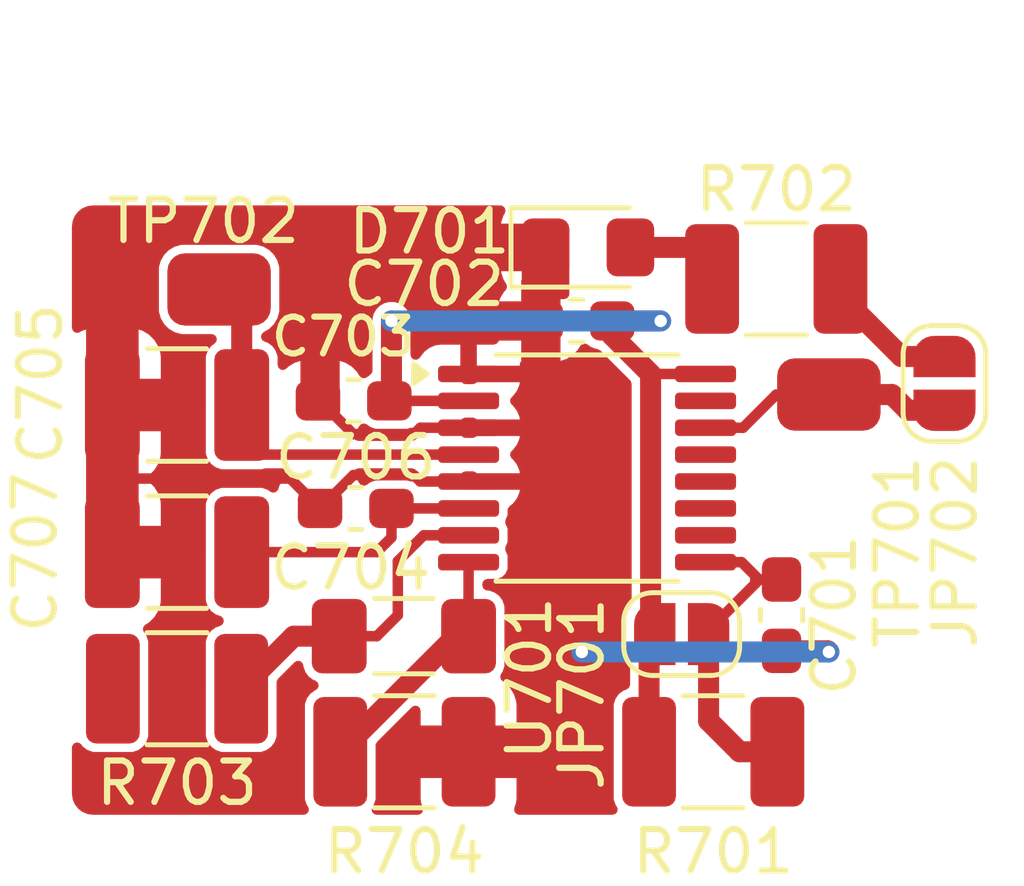
<source format=kicad_pcb>
(kicad_pcb (version 20240108) (generator "pcbnew") (generator_version "8.0")
  (layers (0 "F.Cu" mixed) (31 "B.Cu" mixed) (34 "B.Paste" user) (35 "F.Paste" user) (36 "B.SilkS" user "B.Silkscreen") (37 "F.SilkS" user "F.Silkscreen") (38 "B.Mask" user) (39 "F.Mask" user) (44 "Edge.Cuts" user))
  (net 0 "")
  (net 1 "/AIN_P")
  (net 2 "/SDI")
  (net 3 "/CONVST{slash}~{CS}")
  (net 4 "/SCKL")
  (net 5 "/SDO-0")
  (net 6 "/~{RST}")
  (net 7 "/AIN_GND")
  (net 8 "/REFIO")
  (net 9 "/REFCAP")
  (net 10 "/GPO_LED")
  (net 11 "/GPO_JMP")
  (net 12 "/GPO")
  (net 13 "/AIN_P_int")
  (net 14 "/GND_ADC")
  (net 15 "/+5VA_ADC")
  (footprint "meas:C_1206_3216Metric_Pad1.33x1.80mm_HandSolder" (layer "F.Cu") (at 70.759 61.468 180)
    (property "Reference" "C704" (at 1.29 1.651 180) (layer "F.SilkS"))
    (property "Value" "47n")
    (fp_line (start -0.711252 0.91) (end 0.711252 0.91) (stroke (width 0.12)) (layer "F.SilkS"))
    (fp_line (start -0.711252 -0.91) (end 0.711252 -0.91) (stroke (width 0.12)) (layer "F.SilkS"))
    (pad "1" smd roundrect (at -1.5625 0 180) (size 1.325 1.8) (layers "F.Cu" "F.Paste" "F.Mask") (roundrect_rratio 0.188679))
    (pad "2" smd roundrect (at 1.5625 0 180) (size 1.325 1.8) (layers "F.Cu" "F.Paste" "F.Mask") (roundrect_rratio 0.188679))
  )
  (footprint "meas:SolderJumper-2_P1.3mm_Open_RoundedPad1.0x1.5mm" (layer "F.Cu") (at 77.47 61.4172)
    (property "Reference" "JP701" (at -2.413 1.4478 90) (layer "F.SilkS"))
    (property "Value" "SolderJumper_2_Open")
    (fp_line (start -1.4 0.3) (end -1.4 -0.3) (stroke (width 0.12)) (layer "F.SilkS"))
    (fp_line (start -0.7 -1) (end 0.7 -1) (stroke (width 0.12)) (layer "F.SilkS"))
    (fp_line (start 0.7 1) (end -0.7 1) (stroke (width 0.12)) (layer "F.SilkS"))
    (fp_line (start 1.4 -0.3) (end 1.4 0.3) (stroke (width 0.12)) (layer "F.SilkS"))
    (fp_arc (start -1.4 -0.3) (mid -1.194975 -0.794975) (end -0.7 -1) (stroke (width 0.12)) (layer "F.SilkS"))
    (fp_arc (start -0.7 1) (mid -1.194975 0.794975) (end -1.4 0.3) (stroke (width 0.12)) (layer "F.SilkS"))
    (fp_arc (start 0.7 -1) (mid 1.194975 -0.794975) (end 1.4 -0.3) (stroke (width 0.12)) (layer "F.SilkS"))
    (fp_arc (start 1.4 0.3) (mid 1.194975 0.794975) (end 0.7 1) (stroke (width 0.12)) (layer "F.SilkS"))
    (pad "1" smd custom (at -0.65 0) (size 1 0.5) (layers "F.Cu" "F.Mask") (net 15 "/+5VA_ADC") (options (clearance outline) (anchor rect)) (primitives (gr_circle (center 0 0.25) (end 0.5 0.25) (width 0) (fill yes)) (gr_circle (center 0 -0.25) (end 0.5 -0.25) (width 0) (fill yes)) (gr_poly (pts (xy 0.5 0.75) (xy 0 0.75) (xy 0 -0.75) (xy 0.5 -0.75)) (width 0) (fill yes))))
    (pad "2" smd custom (at 0.65 0) (size 1 0.5) (layers "F.Cu" "F.Mask") (options (clearance outline) (anchor rect)) (primitives (gr_circle (center 0 0.25) (end 0.5 0.25) (width 0) (fill yes)) (gr_circle (center 0 -0.25) (end 0.5 -0.25) (width 0) (fill yes)) (gr_poly (pts (xy 0 0.75) (xy -0.5 0.75) (xy -0.5 -0.75) (xy 0 -0.75)) (width 0) (fill yes))))
  )
  (footprint "meas:C_0603_1608Metric_Pad1.08x0.95mm_HandSolder" (layer "F.Cu") (at 74.93 53.848)
    (property "Reference" "C702" (at -3.683 -0.889 0) (layer "F.SilkS"))
    (property "Value" "1u")
    (fp_line (start -0.146267 -0.51) (end 0.146267 -0.51) (stroke (width 0.12)) (layer "F.SilkS"))
    (fp_line (start -0.146267 0.51) (end 0.146267 0.51) (stroke (width 0.12)) (layer "F.SilkS"))
    (pad "1" smd roundrect (at -0.8625 0) (size 1.075 0.95) (layers "F.Cu" "F.Paste" "F.Mask") (net 14 "/GND_ADC"))
    (pad "2" smd roundrect (at 0.8625 0) (size 1.075 0.95) (layers "F.Cu" "F.Paste" "F.Mask") (net 15 "/+5VA_ADC"))
  )
  (footprint "meas:LED_0805_2012Metric_Pad1.15x1.40mm_HandSolder" (layer "F.Cu") (at 75.2065 52.07)
    (property "Reference" "D701" (at -3.8325 -0.381 0) (layer "F.SilkS"))
    (property "Value" "LED")
    (fp_line (start -1.86 -0.96) (end -1.86 0.96) (stroke (width 0.12)) (layer "F.SilkS"))
    (fp_line (start -1.86 0.96) (end 1 0.96) (stroke (width 0.12)) (layer "F.SilkS"))
    (fp_line (start 1 -0.96) (end -1.86 -0.96) (stroke (width 0.12)) (layer "F.SilkS"))
    (pad "1" smd roundrect (at -1.025 0) (size 1.15 1.4) (layers "F.Cu" "F.Paste" "F.Mask") (roundrect_rratio 0.217391) (net 14 "/GND_ADC"))
    (pad "2" smd roundrect (at 1.025 0) (size 1.15 1.4) (layers "F.Cu" "F.Paste" "F.Mask") (roundrect_rratio 0.217391))
  )
  (footprint "meas:R_1210_3225Metric_Pad1.30x2.65mm_HandSolder" (layer "F.Cu") (at 65.278 62.738 180)
    (property "Reference" "R703" (at 0 -2.28 180) (layer "F.SilkS"))
    (property "Value" "100")
    (fp_line (start -0.723737 1.355) (end 0.723737 1.355) (stroke (width 0.12)) (layer "F.SilkS"))
    (fp_line (start -0.723737 -1.355) (end 0.723737 -1.355) (stroke (width 0.12)) (layer "F.SilkS"))
    (pad "1" smd roundrect (at -1.55 0 180) (size 1.3 2.65) (layers "F.Cu" "F.Paste" "F.Mask") (roundrect_rratio 0.192308))
    (pad "2" smd roundrect (at 1.55 0 180) (size 1.3 2.65) (layers "F.Cu" "F.Paste" "F.Mask") (roundrect_rratio 0.192308) (net 1 "/AIN_P"))
  )
  (footprint "meas:C_0603_1608Metric_Pad1.08x0.95mm_HandSolder" (layer "F.Cu") (at 69.5452 55.7784)
    (property "Reference" "C703" (at -0.254 -1.55 0) (layer "F.SilkS") (effects (font (size 0.889 0.889))))
    (property "Value" "1u")
    (fp_line (start -0.146267 -0.51) (end 0.146267 -0.51) (stroke (width 0.12)) (layer "F.SilkS"))
    (fp_line (start -0.146267 0.51) (end 0.146267 0.51) (stroke (width 0.12)) (layer "F.SilkS"))
    (pad "1" smd roundrect (at -0.8625 0) (size 1.075 0.95) (layers "F.Cu" "F.Paste" "F.Mask") (net 14 "/GND_ADC"))
    (pad "2" smd roundrect (at 0.8625 0) (size 1.075 0.95) (layers "F.Cu" "F.Paste" "F.Mask") (net 15 "/+5VA_ADC"))
  )
  (footprint "meas:R_1210_3225Metric_Pad1.30x2.65mm_HandSolder" (layer "F.Cu") (at 78.232 64.262)
    (property "Reference" "R701" (at 0 2.413 0) (layer "F.SilkS"))
    (property "Value" "1k")
    (fp_line (start -0.723737 -1.355) (end 0.723737 -1.355) (stroke (width 0.12)) (layer "F.SilkS"))
    (fp_line (start -0.723737 1.355) (end 0.723737 1.355) (stroke (width 0.12)) (layer "F.SilkS"))
    (pad "1" smd roundrect (at -1.55 0) (size 1.3 2.65) (layers "F.Cu" "F.Paste" "F.Mask") (roundrect_rratio 0.192308) (net 15 "/+5VA_ADC"))
    (pad "2" smd roundrect (at 1.55 0) (size 1.3 2.65) (layers "F.Cu" "F.Paste" "F.Mask") (roundrect_rratio 0.192308))
  )
  (footprint "meas:SolderJumper-2_P1.3mm_Bridged-Soldermask-Paste_RoundedPad1.0x1.5mm" (layer "F.Cu") (at 83.82 55.357 -90)
    (property "Reference" "JP702" (at 4.079 -0.254 90) (layer "F.SilkS"))
    (property "Value" "SolderJumper_2_Bridged")
    (fp_line (start 0.7 1) (end -0.7 1) (stroke (width 0.12)) (layer "F.SilkS"))
    (fp_line (start -1.4 0.3) (end -1.4 -0.3) (stroke (width 0.12)) (layer "F.SilkS"))
    (fp_line (start 1.4 -0.3) (end 1.4 0.3) (stroke (width 0.12)) (layer "F.SilkS"))
    (fp_line (start -0.7 -1) (end 0.7 -1) (stroke (width 0.12)) (layer "F.SilkS"))
    (fp_arc (start -0.7 1) (mid -1.194975 0.794975) (end -1.4 0.3) (stroke (width 0.12)) (layer "F.SilkS"))
    (fp_arc (start 1.4 0.3) (mid 1.194975 0.794975) (end 0.7 1) (stroke (width 0.12)) (layer "F.SilkS"))
    (fp_arc (start -1.4 -0.3) (mid -1.194975 -0.794975) (end -0.7 -1) (stroke (width 0.12)) (layer "F.SilkS"))
    (fp_arc (start 0.7 -1) (mid 1.194975 -0.794975) (end 1.4 -0.3) (stroke (width 0.12)) (layer "F.SilkS"))
    (pad "1" smd custom (at -0.65 0 270) (size 1 0.5) (layers "F.Cu" "F.Paste" "F.Mask") (options (clearance outline) (anchor rect)) (primitives (gr_circle (center 0 0.25) (end 0.5 0.25) (width 0) (fill yes)) (gr_circle (center 0 -0.25) (end 0.5 -0.25) (width 0) (fill yes)) (gr_poly (pts (xy 0.5 0.75) (xy 0 0.75) (xy 0 -0.75) (xy 0.5 -0.75)) (width 0) (fill yes))))
    (pad "2" smd custom (at 0.65 0 270) (size 1 0.5) (layers "F.Cu" "F.Paste" "F.Mask") (options (clearance outline) (anchor rect)) (primitives (gr_circle (center 0 0.25) (end 0.5 0.25) (width 0) (fill yes)) (gr_circle (center 0 -0.25) (end 0.5 -0.25) (width 0) (fill yes)) (gr_poly (pts (xy 0 0.75) (xy -0.5 0.75) (xy -0.5 -0.75) (xy 0 -0.75)) (width 0) (fill yes))))
  )
  (footprint "meas:C_0603_1608Metric_Pad1.08x0.95mm_HandSolder" (layer "F.Cu") (at 79.883 60.96 90)
    (property "Reference" "C701" (at 0 1.27 -90) (layer "F.SilkS"))
    (property "Value" "1u")
    (fp_line (start -0.146267 -0.51) (end 0.146267 -0.51) (stroke (width 0.12)) (layer "F.SilkS"))
    (fp_line (start -0.146267 0.51) (end 0.146267 0.51) (stroke (width 0.12)) (layer "F.SilkS"))
    (pad "1" smd roundrect (at -0.8625 0 90) (size 1.075 0.95) (layers "F.Cu" "F.Paste" "F.Mask") (net 14 "/GND_ADC"))
    (pad "2" smd roundrect (at 0.8625 0 90) (size 1.075 0.95) (layers "F.Cu" "F.Paste" "F.Mask"))
  )
  (footprint "meas:TSSOP-16_4.4x5mm_P0.65mm" (layer "F.Cu") (at 75.184 57.404)
    (property "Reference" "U701" (at -1.397 5.08 90) (layer "F.SilkS"))
    (property "Value" "ADS8665IPWR")
    (fp_line (start 0 -2.735) (end -2.2 -2.735) (stroke (width 0.12)) (layer "F.SilkS"))
    (fp_line (start 0 -2.735) (end 2.2 -2.735) (stroke (width 0.12)) (layer "F.SilkS"))
    (fp_line (start 0 2.735) (end -2.2 2.735) (stroke (width 0.12)) (layer "F.SilkS"))
    (fp_line (start 0 2.735) (end 2.2 2.735) (stroke (width 0.12)) (layer "F.SilkS"))
    (fp_poly (pts (xy -3.86 -2.275) (xy -4.19 -2.515) (xy -4.19 -2.035) (xy -3.86 -2.275)) (stroke (width 0.12)) (fill solid) (layer "F.SilkS"))
    (pad "1" smd roundrect (at -2.8625 -2.275) (size 1.475 0.4) (layers "F.Cu" "F.Paste" "F.Mask") (net 14 "/GND_ADC"))
    (pad "2" smd roundrect (at -2.8625 -1.625) (size 1.475 0.4) (layers "F.Cu" "F.Paste" "F.Mask") (net 15 "/+5VA_ADC"))
    (pad "3" smd roundrect (at -2.8625 -0.975) (size 1.475 0.4) (layers "F.Cu" "F.Paste" "F.Mask") (net 14 "/GND_ADC"))
    (pad "4" smd roundrect (at -2.8625 -0.325) (size 1.475 0.4) (layers "F.Cu" "F.Paste" "F.Mask"))
    (pad "5" smd roundrect (at -2.8625 0.325) (size 1.475 0.4) (layers "F.Cu" "F.Paste" "F.Mask") (net 14 "/GND_ADC"))
    (pad "6" smd roundrect (at -2.8625 0.975) (size 1.475 0.4) (layers "F.Cu" "F.Paste" "F.Mask"))
    (pad "7" smd roundrect (at -2.8625 1.625) (size 1.475 0.4) (layers "F.Cu" "F.Paste" "F.Mask"))
    (pad "8" smd roundrect (at -2.8625 2.275) (size 1.475 0.4) (layers "F.Cu" "F.Paste" "F.Mask"))
    (pad "9" smd roundrect (at 2.8625 2.275) (size 1.475 0.4) (layers "F.Cu" "F.Paste" "F.Mask"))
    (pad "10" smd roundrect (at 2.8625 1.625) (size 1.475 0.4) (layers "F.Cu" "F.Paste" "F.Mask") (net 2 "/SDI"))
    (pad "11" smd roundrect (at 2.8625 0.975) (size 1.475 0.4) (layers "F.Cu" "F.Paste" "F.Mask") (net 3 "/CONVST{slash}~{CS}"))
    (pad "12" smd roundrect (at 2.8625 0.325) (size 1.475 0.4) (layers "F.Cu" "F.Paste" "F.Mask") (net 4 "/SCKL"))
    (pad "13" smd roundrect (at 2.8625 -0.325) (size 1.475 0.4) (layers "F.Cu" "F.Paste" "F.Mask") (net 5 "/SDO-0"))
    (pad "14" smd roundrect (at 2.8625 -0.975) (size 1.475 0.4) (layers "F.Cu" "F.Paste" "F.Mask"))
    (pad "15" smd roundrect (at 2.8625 -1.625) (size 1.475 0.4) (layers "F.Cu" "F.Paste" "F.Mask"))
    (pad "16" smd roundrect (at 2.8625 -2.275) (size 1.475 0.4) (layers "F.Cu" "F.Paste" "F.Mask") (net 15 "/+5VA_ADC"))
  )
  (footprint "meas:TP_0805_2012Metric" (layer "F.Cu") (at 81.026 55.626)
    (property "Reference" "TP701" (at 1.651 3.81 90) (layer "F.SilkS"))
    (property "Value" "~")
    (pad "1" smd roundrect (at 0 0) (size 2.5 1.75) (layers "F.Cu" "F.Paste" "F.Mask") (roundrect_rratio 0.243902))
  )
  (footprint "meas:R_1210_3225Metric_Pad1.30x2.65mm_HandSolder" (layer "F.Cu") (at 79.756 52.832 180)
    (property "Reference" "R702" (at 0 2.159 180) (layer "F.SilkS"))
    (property "Value" "10k")
    (fp_line (start -0.723737 1.355) (end 0.723737 1.355) (stroke (width 0.12)) (layer "F.SilkS"))
    (fp_line (start -0.723737 -1.355) (end 0.723737 -1.355) (stroke (width 0.12)) (layer "F.SilkS"))
    (pad "1" smd roundrect (at -1.55 0 180) (size 1.3 2.65) (layers "F.Cu" "F.Paste" "F.Mask") (roundrect_rratio 0.192308))
    (pad "2" smd roundrect (at 1.55 0 180) (size 1.3 2.65) (layers "F.Cu" "F.Paste" "F.Mask") (roundrect_rratio 0.192308))
  )
  (footprint "meas:C_1210_3225Metric_Pad1.33x2.70mm_HandSolder" (layer "F.Cu") (at 65.278 59.436)
    (property "Reference" "C707" (at -3.429 0 90) (layer "F.SilkS"))
    (property "Value" "10u")
    (fp_line (start -0.711252 -1.36) (end 0.711252 -1.36) (stroke (width 0.12)) (layer "F.SilkS"))
    (fp_line (start -0.711252 1.36) (end 0.711252 1.36) (stroke (width 0.12)) (layer "F.SilkS"))
    (pad "1" smd roundrect (at -1.5625 0) (size 1.325 2.7) (layers "F.Cu" "F.Paste" "F.Mask") (roundrect_rratio 0.188679) (net 14 "/GND_ADC"))
    (pad "2" smd roundrect (at 1.5625 0) (size 1.325 2.7) (layers "F.Cu" "F.Paste" "F.Mask") (roundrect_rratio 0.188679))
  )
  (footprint "meas:TP_0805_2012Metric" (layer "F.Cu") (at 66.294 53.086)
    (property "Reference" "TP702" (at -0.381 -1.651 0) (layer "F.SilkS"))
    (property "Value" "~")
    (pad "1" smd roundrect (at 0 0) (size 2.5 1.75) (layers "F.Cu" "F.Paste" "F.Mask") (roundrect_rratio 0.243902))
  )
  (footprint "meas:C_1210_3225Metric_Pad1.33x2.70mm_HandSolder" (layer "F.Cu") (at 65.278 55.88)
    (property "Reference" "C705" (at -3.302 -0.508 90) (layer "F.SilkS"))
    (property "Value" "10u")
    (fp_line (start -0.711252 -1.36) (end 0.711252 -1.36) (stroke (width 0.12)) (layer "F.SilkS"))
    (fp_line (start -0.711252 1.36) (end 0.711252 1.36) (stroke (width 0.12)) (layer "F.SilkS"))
    (pad "1" smd roundrect (at -1.5625 0) (size 1.325 2.7) (layers "F.Cu" "F.Paste" "F.Mask") (roundrect_rratio 0.188679) (net 14 "/GND_ADC"))
    (pad "2" smd roundrect (at 1.5625 0) (size 1.325 2.7) (layers "F.Cu" "F.Paste" "F.Mask") (roundrect_rratio 0.188679))
  )
  (footprint "meas:R_1210_3225Metric_Pad1.30x2.65mm_HandSolder" (layer "F.Cu") (at 70.7715 64.262)
    (property "Reference" "R704" (at 0 2.413 0) (layer "F.SilkS"))
    (property "Value" "100")
    (fp_line (start -0.723737 -1.355) (end 0.723737 -1.355) (stroke (width 0.12)) (layer "F.SilkS"))
    (fp_line (start -0.723737 1.355) (end 0.723737 1.355) (stroke (width 0.12)) (layer "F.SilkS"))
    (pad "1" smd roundrect (at -1.55 0) (size 1.3 2.65) (layers "F.Cu" "F.Paste" "F.Mask") (roundrect_rratio 0.192308))
    (pad "2" smd roundrect (at 1.55 0) (size 1.3 2.65) (layers "F.Cu" "F.Paste" "F.Mask") (roundrect_rratio 0.192308) (net 14 "/GND_ADC"))
  )
  (footprint "meas:C_0603_1608Metric_Pad1.08x0.95mm_HandSolder" (layer "F.Cu") (at 69.596 58.379)
    (property "Reference" "C706" (at 0 -1.229 0) (layer "F.SilkS"))
    (property "Value" "1u")
    (fp_line (start -0.146267 -0.51) (end 0.146267 -0.51) (stroke (width 0.12)) (layer "F.SilkS"))
    (fp_line (start -0.146267 0.51) (end 0.146267 0.51) (stroke (width 0.12)) (layer "F.SilkS"))
    (pad "1" smd roundrect (at -0.8625 0) (size 1.075 0.95) (layers "F.Cu" "F.Paste" "F.Mask") (net 14 "/GND_ADC"))
    (pad "2" smd roundrect (at 0.8625 0) (size 1.075 0.95) (layers "F.Cu" "F.Paste" "F.Mask"))
  )
  (segment (start 78.0465 59.679) (end 78.9195 59.679) (width 0.254) (layer "F.Cu") (net 6))
  (segment (start 78.867 64.262) (end 79.782 64.262) (width 0.508) (layer "F.Cu") (net 6))
  (segment (start 79.248 60.071) (end 79.248 60.198) (width 0.254) (layer "F.Cu") (net 6))
  (segment (start 78.12 61.4172) (end 78.12 63.515) (width 0.508) (layer "F.Cu") (net 6))
  (segment (start 78.12 61.4172) (end 78.12 61.326) (width 0.254) (layer "F.Cu") (net 6))
  (segment (start 78.12 63.515) (end 78.867 64.262) (width 0.508) (layer "F.Cu") (net 6))
  (segment (start 79.338 60.0975) (end 79.883 60.0975) (width 0.254) (layer "F.Cu") (net 6))
  (segment (start 79.3485 60.0975) (end 79.883 60.0975) (width 0.254) (layer "F.Cu") (net 6))
  (segment (start 78.9195 59.679) (end 79.338 60.0975) (width 0.254) (layer "F.Cu") (net 6))
  (segment (start 78.12 61.326) (end 79.3485 60.0975) (width 0.254) (layer "F.Cu") (net 6))
  (segment (start 69.2215 64.262) (end 72.0155 61.468) (width 0.508) (layer "F.Cu") (net 7))
  (segment (start 72.3215 59.679) (end 72.3215 61.468) (width 0.254) (layer "F.Cu") (net 7))
  (segment (start 72.0155 61.468) (end 72.3215 61.468) (width 0.254) (layer "F.Cu") (net 7))
  (segment (start 66.8405 53.6325) (end 66.294 53.086) (width 0.508) (layer "F.Cu") (net 8))
  (segment (start 66.8405 55.88) (end 66.8405 53.6325) (width 0.508) (layer "F.Cu") (net 8))
  (segment (start 66.3325 56.642) (end 66.8405 56.134) (width 0.254) (layer "F.Cu") (net 8))
  (segment (start 72.3215 57.079) (end 66.8405 57.079) (width 0.254) (layer "F.Cu") (net 8))
  (segment (start 66.8405 57.079) (end 66.8405 56.134) (width 0.254) (layer "F.Cu") (net 8))
  (segment (start 70.4585 59.0815) (end 70.104 59.436) (width 0.254) (layer "F.Cu") (net 9))
  (segment (start 72.3215 58.379) (end 70.4585 58.379) (width 0.254) (layer "F.Cu") (net 9))
  (segment (start 70.104 59.436) (end 66.8405 59.436) (width 0.254) (layer "F.Cu") (net 9))
  (segment (start 70.4585 58.379) (end 70.4585 59.0815) (width 0.254) (layer "F.Cu") (net 9))
  (segment (start 76.2315 52.07) (end 78.232 52.07) (width 0.508) (layer "F.Cu") (net 10))
  (segment (start 83.82 54.707) (end 82.774 54.707) (width 0.508) (layer "F.Cu") (net 11))
  (segment (start 81.56 53.493) (end 81.56 52.832) (width 0.508) (layer "F.Cu") (net 11))
  (segment (start 82.774 54.707) (end 81.56 53.493) (width 0.508) (layer "F.Cu") (net 11))
  (segment (start 79.756 55.626) (end 78.953 56.429) (width 0.254) (layer "F.Cu") (net 12))
  (segment (start 78.953 56.429) (end 78.0465 56.429) (width 0.254) (layer "F.Cu") (net 12))
  (segment (start 82.55 55.626) (end 81.026 55.626) (width 0.508) (layer "F.Cu") (net 12))
  (segment (start 83.82 56.007) (end 82.931 56.007) (width 0.508) (layer "F.Cu") (net 12))
  (segment (start 82.931 56.007) (end 82.55 55.626) (width 0.508) (layer "F.Cu") (net 12))
  (segment (start 81.026 55.626) (end 79.756 55.626) (width 0.254) (layer "F.Cu") (net 12))
  (segment (start 70.612 59.654234) (end 70.612 60.96) (width 0.254) (layer "F.Cu") (net 13))
  (segment (start 70.612 60.96) (end 70.104 61.468) (width 0.254) (layer "F.Cu") (net 13))
  (segment (start 71.237234 59.029) (end 70.612 59.654234) (width 0.254) (layer "F.Cu") (net 13))
  (segment (start 72.3215 59.029) (end 71.237234 59.029) (width 0.254) (layer "F.Cu") (net 13))
  (segment (start 66.828 62.738) (end 68.098 61.468) (width 0.508) (layer "F.Cu") (net 13))
  (segment (start 68.098 61.468) (end 69.1965 61.468) (width 0.508) (layer "F.Cu") (net 13))
  (segment (start 70.104 61.468) (end 69.1965 61.468) (width 0.254) (layer "F.Cu") (net 13))
  (segment (start 72.3215 64.262) (end 73.914 64.262) (width 0.508) (layer "F.Cu") (net 14))
  (segment (start 72.3215 57.729) (end 71.15543 57.729) (width 0.254) (layer "F.Cu") (net 14))
  (segment (start 74.3215 53.848) (end 74.3215 52.21) (width 0.254) (layer "F.Cu") (net 14))
  (segment (start 72.3215 57.729) (end 73.843 57.729) (width 0.254) (layer "F.Cu") (net 14))
  (segment (start 74.3215 54.4565) (end 74.3215 53.848) (width 0.254) (layer "F.Cu") (net 14))
  (segment (start 71.00023 57.5738) (end 69.5387 57.5738) (width 0.254) (layer "F.Cu") (net 14))
  (segment (start 65.532 57.658) (end 63.754 57.658) (width 0.254) (layer "F.Cu") (net 14))
  (segment (start 73.914 57.658) (end 73.914 56.642) (width 0.508) (layer "F.Cu") (net 14))
  (segment (start 68.0125 57.658) (end 65.532 57.658) (width 0.254) (layer "F.Cu") (net 14))
  (segment (start 69.5387 57.5738) (end 68.7335 58.379) (width 0.254) (layer "F.Cu") (net 14))
  (segment (start 73.914 56.642) (end 73.701 56.429) (width 0.254) (layer "F.Cu") (net 14))
  (segment (start 71.15543 56.429) (end 71.00023 56.5842) (width 0.254) (layer "F.Cu") (net 14))
  (segment (start 71.00023 56.5842) (end 69.5387 56.5842) (width 0.254) (layer "F.Cu") (net 14))
  (segment (start 68.7335 58.379) (end 68.0125 57.658) (width 0.254) (layer "F.Cu") (net 14))
  (segment (start 71.15543 57.729) (end 71.00023 57.5738) (width 0.254) (layer "F.Cu") (net 14))
  (segment (start 74.3215 52.21) (end 74.1815 52.07) (width 0.254) (layer "F.Cu") (net 14))
  (segment (start 72.3215 56.429) (end 71.15543 56.429) (width 0.254) (layer "F.Cu") (net 14))
  (segment (start 73.843 57.729) (end 73.914 57.658) (width 0.254) (layer "F.Cu") (net 14))
  (segment (start 73.701 56.429) (end 72.3215 56.429) (width 0.254) (layer "F.Cu") (net 14))
  (segment (start 69.5387 56.5842) (end 68.7335 55.779) (width 0.254) (layer "F.Cu") (net 14))
  (segment (start 79.883 61.8225) (end 80.9995 61.8225) (width 0.508) (layer "F.Cu") (net 14))
  (segment (start 63.7155 55.88) (end 63.7155 59.436) (width 0.508) (layer "F.Cu") (net 14))
  (segment (start 80.9995 61.8225) (end 81.026 61.849) (width 0.508) (layer "F.Cu") (net 14))
  (segment (start 74.1815 52.07) (end 72.39 52.07) (width 0.508) (layer "F.Cu") (net 14))
  (segment (start 72.3215 55.129) (end 73.649 55.129) (width 0.254) (layer "F.Cu") (net 14))
  (segment (start 73.649 55.129) (end 74.0675 54.7105) (width 0.254) (layer "F.Cu") (net 14))
  (segment (start 73.914 64.262) (end 73.914 57.658) (width 0.508) (layer "F.Cu") (net 14))
  (segment (start 74.3215 54.4565) (end 74.0675 54.7105) (width 0.254) (layer "F.Cu") (net 14))
  (via (at 75.057 61.849) (size 0.5) (drill 0.3) (layers "F.Cu" "B.Cu") (net 14))
  (via (at 81.026 61.849) (size 0.5) (drill 0.3) (layers "F.Cu" "B.Cu") (net 14))
  (segment (start 81.026 61.849) (end 75.057 61.849) (width 0.508) (layer "B.Cu") (net 14))
  (segment (start 76.682 61.5552) (end 76.82 61.4172) (width 0.508) (layer "F.Cu") (net 15))
  (segment (start 76.719 55.129) (end 75.7925 54.2025) (width 0.508) (layer "F.Cu") (net 15))
  (segment (start 70.4585 53.848) (end 70.4585 55.779) (width 0.508) (layer "F.Cu") (net 15))
  (segment (start 78.0465 55.129) (end 76.719 55.129) (width 0.254) (layer "F.Cu") (net 15))
  (segment (start 75.7925 54.2025) (end 75.7925 53.848) (width 0.508) (layer "F.Cu") (net 15))
  (segment (start 72.3215 55.779) (end 70.4585 55.779) (width 0.254) (layer "F.Cu") (net 15))
  (segment (start 76.719 55.129) (end 76.719 61.3162) (width 0.508) (layer "F.Cu") (net 15))
  (segment (start 76.719 61.3162) (end 76.82 61.4172) (width 0.508) (layer "F.Cu") (net 15))
  (segment (start 76.682 64.262) (end 76.682 61.5552) (width 0.508) (layer "F.Cu") (net 15))
  (segment (start 75.7925 53.848) (end 76.962 53.848) (width 0.508) (layer "F.Cu") (net 15))
  (via (at 76.962 53.848) (size 0.5) (drill 0.3) (layers "F.Cu" "B.Cu") (net 15))
  (via (at 70.4585 53.848) (size 0.5) (drill 0.3) (layers "F.Cu" "B.Cu") (net 15))
  (segment (start 76.962 53.848) (end 70.4585 53.848) (width 0.508) (layer "B.Cu") (net 15))
  (zone (net 14) (net_name "/GND_ADC") (layer "F.Cu") (priority 100) (connect_pads (clearance 0)) (min_thickness 0.254) (fill (thermal_gap 0.508) (thermal_bridge_width 1.27) (smoothing fillet) (radius 0.508))
    (polygon (pts (xy 62.738 65.786) (xy 62.738 51.054) (xy 76.962 51.054) (xy 76.962 65.786)))
  )
)
</source>
